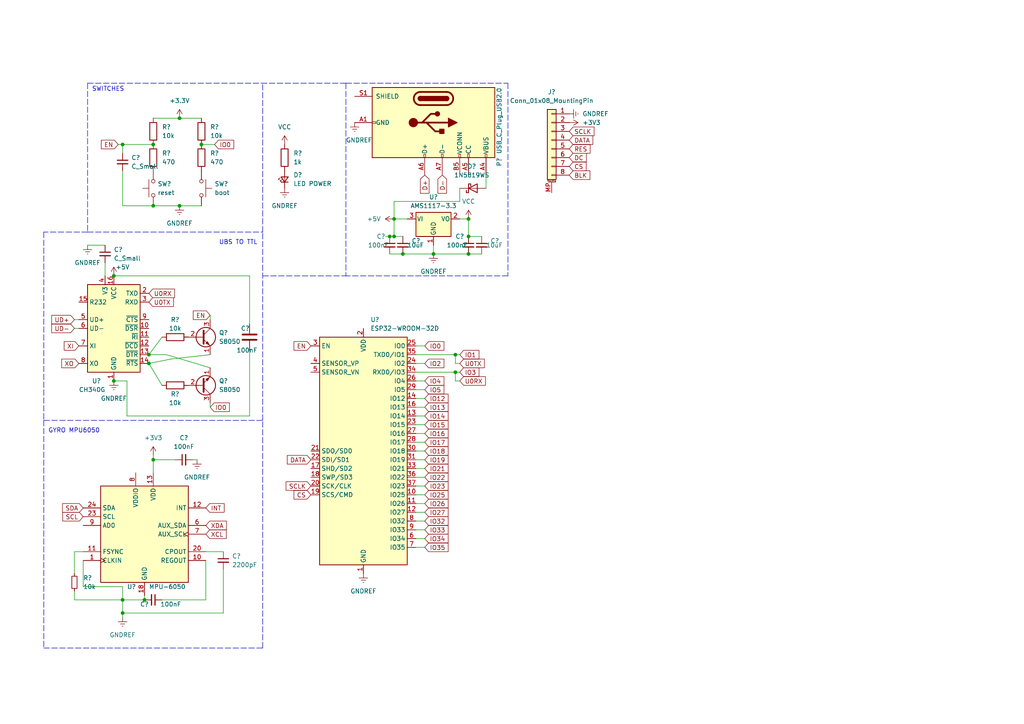
<source format=kicad_sch>
(kicad_sch (version 20211123) (generator eeschema)
  (paper "A4")
  (lib_symbols
    (symbol "Connector:USB_C_Plug_USB2.0" (pin_names (offset 1.016))
      (property "Reference" "P" (at -10.16 19.05 0))
      (property "Value" "USB_C_Plug_USB2.0" (at 12.7 19.05 0))
      (symbol "USB_C_Plug_USB2.0_0_0"
        (rectangle (start -0.254 -17.78) (end 0.254 -16.764))
        (rectangle (start 10.16 -2.286) (end 9.144 -2.794))
        (rectangle (start 10.16 2.794) (end 9.144 2.286))
        (rectangle (start 10.16 7.874) (end 9.144 7.366))
        (rectangle (start 10.16 10.414) (end 9.144 9.906))
        (rectangle (start 10.16 15.494) (end 9.144 14.986))
      )
      (symbol "USB_C_Plug_USB2.0_0_1"
        (rectangle (start -10.16 17.78) (end 10.16 -17.78) (stroke (width 0.254)) (fill (type background)))
        (arc (start -8.89 -3.81) (mid -6.985 -5.715) (end -5.08 -3.81) (stroke (width 0.508)))
        (arc (start -7.62 -3.81) (mid -6.985 -4.445) (end -6.35 -3.81) (stroke (width 0.254)))
        (arc (start -7.62 -3.81) (mid -6.985 -4.445) (end -6.35 -3.81) (stroke (width 0.254)) (fill (type outline)))
        (rectangle (start -7.62 -3.81) (end -6.35 3.81) (stroke (width 0.254)) (fill (type outline)))
        (arc (start -6.35 3.81) (mid -6.985 4.445) (end -7.62 3.81) (stroke (width 0.254)))
        (arc (start -6.35 3.81) (mid -6.985 4.445) (end -7.62 3.81) (stroke (width 0.254)) (fill (type outline)))
        (arc (start -5.08 3.81) (mid -6.985 5.715) (end -8.89 3.81) (stroke (width 0.508)))
        (circle (center -2.54 1.143) (radius 0.635) (stroke (width 0.254)) (fill (type outline)))
        (circle (center 0 -5.842) (radius 1.27) (fill (type outline)))
        (polyline (pts (xy -8.89 -3.81) (xy -8.89 3.81)) (stroke (width 0.508)))
        (polyline (pts (xy -5.08 3.81) (xy -5.08 -3.81)) (stroke (width 0.508)))
        (polyline (pts (xy 0 -5.842) (xy 0 4.318)) (stroke (width 0.508)))
        (polyline (pts (xy 0 -3.302) (xy -2.54 -0.762) (xy -2.54 0.508)) (stroke (width 0.508)))
        (polyline (pts (xy 0 -2.032) (xy 2.54 0.508) (xy 2.54 1.778)) (stroke (width 0.508)))
        (polyline (pts (xy -1.27 4.318) (xy 0 6.858) (xy 1.27 4.318) (xy -1.27 4.318)) (stroke (width 0.254)) (fill (type outline)))
        (rectangle (start 1.905 1.778) (end 3.175 3.048) (stroke (width 0.254)) (fill (type outline)))
      )
      (symbol "USB_C_Plug_USB2.0_1_1"
        (pin passive line (at 0 -22.86 90) (length 5.08) (name "GND") (number "A1"))
        (pin passive line (at 0 -22.86 90) (length 5.08) hide (name "GND") (number "A12"))
        (pin passive line (at 15.24 15.24 180) (length 5.08) (name "VBUS") (number "A4"))
        (pin bidirectional line (at 15.24 10.16 180) (length 5.08) (name "CC") (number "A5"))
        (pin bidirectional line (at 15.24 -2.54 180) (length 5.08) (name "D+") (number "A6"))
        (pin bidirectional line (at 15.24 2.54 180) (length 5.08) (name "D-") (number "A7"))
        (pin passive line (at 15.24 15.24 180) (length 5.08) hide (name "VBUS") (number "A9"))
        (pin passive line (at 0 -22.86 90) (length 5.08) hide (name "GND") (number "B1"))
        (pin passive line (at 0 -22.86 90) (length 5.08) hide (name "GND") (number "B12"))
        (pin passive line (at 15.24 15.24 180) (length 5.08) hide (name "VBUS") (number "B4"))
        (pin bidirectional line (at 15.24 7.62 180) (length 5.08) (name "VCONN") (number "B5"))
        (pin passive line (at 15.24 15.24 180) (length 5.08) hide (name "VBUS") (number "B9"))
        (pin passive line (at -7.62 -22.86 90) (length 5.08) (name "SHIELD") (number "S1"))
      )
    )
    (symbol "Connector_Generic_MountingPin:Conn_01x08_MountingPin" (pin_names (offset 1.016) hide)
      (property "Reference" "J" (at 0 10.16 0))
      (property "Value" "Conn_01x08_MountingPin" (at 1.27 -12.7 0))
      (symbol "Conn_01x08_MountingPin_1_1"
        (rectangle (start -1.27 -10.033) (end 0 -10.287) (stroke (width 0.1524)))
        (rectangle (start -1.27 -7.493) (end 0 -7.747) (stroke (width 0.1524)))
        (rectangle (start -1.27 -4.953) (end 0 -5.207) (stroke (width 0.1524)))
        (rectangle (start -1.27 -2.413) (end 0 -2.667) (stroke (width 0.1524)))
        (rectangle (start -1.27 0.127) (end 0 -0.127) (stroke (width 0.1524)))
        (rectangle (start -1.27 2.667) (end 0 2.413) (stroke (width 0.1524)))
        (rectangle (start -1.27 5.207) (end 0 4.953) (stroke (width 0.1524)))
        (rectangle (start -1.27 7.747) (end 0 7.493) (stroke (width 0.1524)))
        (rectangle (start -1.27 8.89) (end 1.27 -11.43) (stroke (width 0.254)) (fill (type background)))
        (polyline (pts (xy -1.016 -12.192) (xy 1.016 -12.192)) (stroke (width 0.1524)))
        (text "Mounting" (at 0 -11.811 0) (effects (font (size 0.381 0.381))))
        (pin passive line (at -5.08 7.62 0) (length 3.81) (name "Pin_1") (number "1"))
        (pin passive line (at -5.08 5.08 0) (length 3.81) (name "Pin_2") (number "2"))
        (pin passive line (at -5.08 2.54 0) (length 3.81) (name "Pin_3") (number "3"))
        (pin passive line (at -5.08 0 0) (length 3.81) (name "Pin_4") (number "4"))
        (pin passive line (at -5.08 -2.54 0) (length 3.81) (name "Pin_5") (number "5"))
        (pin passive line (at -5.08 -5.08 0) (length 3.81) (name "Pin_6") (number "6"))
        (pin passive line (at -5.08 -7.62 0) (length 3.81) (name "Pin_7") (number "7"))
        (pin passive line (at -5.08 -10.16 0) (length 3.81) (name "Pin_8") (number "8"))
        (pin passive line (at 0 -15.24 90) (length 3.048) (name "MountPin") (number "MP"))
      )
    )
    (symbol "Device:C" (pin_numbers hide) (pin_names (offset 0.254))
      (property "Reference" "C" (at 0.635 2.54 0))
      (property "Value" "C" (at 0.635 -2.54 0))
      (symbol "C_0_1"
        (polyline (pts (xy -2.032 -0.762) (xy 2.032 -0.762)) (stroke (width 0.508)))
        (polyline (pts (xy -2.032 0.762) (xy 2.032 0.762)) (stroke (width 0.508)))
      )
      (symbol "C_1_1"
        (pin passive line (at 0 3.81 270) (length 2.794) (name "~") (number "1"))
        (pin passive line (at 0 -3.81 90) (length 2.794) (name "~") (number "2"))
      )
    )
    (symbol "Device:C_Small" (pin_numbers hide) (pin_names (offset 0.254) hide)
      (property "Reference" "C" (at 0.254 1.778 0))
      (property "Value" "C_Small" (at 0.254 -2.032 0))
      (symbol "C_Small_0_1"
        (polyline (pts (xy -1.524 -0.508) (xy 1.524 -0.508)) (stroke (width 0.3302)))
        (polyline (pts (xy -1.524 0.508) (xy 1.524 0.508)) (stroke (width 0.3048)))
      )
      (symbol "C_Small_1_1"
        (pin passive line (at 0 2.54 270) (length 2.032) (name "~") (number "1"))
        (pin passive line (at 0 -2.54 90) (length 2.032) (name "~") (number "2"))
      )
    )
    (symbol "Device:LED_Small" (pin_numbers hide) (pin_names (offset 0.254) hide)
      (property "Reference" "D" (at -1.27 3.175 0))
      (property "Value" "LED_Small" (at -4.445 -2.54 0))
      (symbol "LED_Small_0_1"
        (polyline (pts (xy -0.762 -1.016) (xy -0.762 1.016)) (stroke (width 0.254)))
        (polyline (pts (xy 1.016 0) (xy -0.762 0)))
        (polyline (pts (xy 0.762 -1.016) (xy -0.762 0) (xy 0.762 1.016) (xy 0.762 -1.016)) (stroke (width 0.254)))
        (polyline (pts (xy 0 0.762) (xy -0.508 1.27) (xy -0.254 1.27) (xy -0.508 1.27) (xy -0.508 1.016)))
        (polyline (pts (xy 0.508 1.27) (xy 0 1.778) (xy 0.254 1.778) (xy 0 1.778) (xy 0 1.524)))
      )
      (symbol "LED_Small_1_1"
        (pin passive line (at -2.54 0 0) (length 1.778) (name "K") (number "1"))
        (pin passive line (at 2.54 0 180) (length 1.778) (name "A") (number "2"))
      )
    )
    (symbol "Device:R" (pin_numbers hide) (pin_names (offset 0))
      (property "Reference" "R" (at 2.032 0 90))
      (property "Value" "R" (at 0 0 90))
      (symbol "R_0_1"
        (rectangle (start -1.016 -2.54) (end 1.016 2.54) (stroke (width 0.254)))
      )
      (symbol "R_1_1"
        (pin passive line (at 0 3.81 270) (length 1.27) (name "~") (number "1"))
        (pin passive line (at 0 -3.81 90) (length 1.27) (name "~") (number "2"))
      )
    )
    (symbol "Device:R_Small" (pin_numbers hide) (pin_names (offset 0.254) hide)
      (property "Reference" "R" (at 0.762 0.508 0))
      (property "Value" "R_Small" (at 0.762 -1.016 0))
      (symbol "R_Small_0_1"
        (rectangle (start -0.762 1.778) (end 0.762 -1.778) (stroke (width 0.2032)))
      )
      (symbol "R_Small_1_1"
        (pin passive line (at 0 2.54 270) (length 0.762) (name "~") (number "1"))
        (pin passive line (at 0 -2.54 90) (length 0.762) (name "~") (number "2"))
      )
    )
    (symbol "Diode:1N5819WS" (pin_numbers hide) (pin_names (offset 1.016) hide)
      (property "Reference" "D" (at 0 2.54 0))
      (property "Value" "1N5819WS" (at 0 -2.54 0))
      (symbol "1N5819WS_0_1"
        (polyline (pts (xy 1.27 0) (xy -1.27 0)))
        (polyline (pts (xy 1.27 1.27) (xy 1.27 -1.27) (xy -1.27 0) (xy 1.27 1.27)) (stroke (width 0.254)))
        (polyline (pts (xy -1.905 0.635) (xy -1.905 1.27) (xy -1.27 1.27) (xy -1.27 -1.27) (xy -0.635 -1.27) (xy -0.635 -0.635)) (stroke (width 0.254)))
      )
      (symbol "1N5819WS_1_1"
        (pin passive line (at -3.81 0 0) (length 2.54) (name "K") (number "1"))
        (pin passive line (at 3.81 0 180) (length 2.54) (name "A") (number "2"))
      )
    )
    (symbol "Interface_USB:CH340G"
      (property "Reference" "U" (at -5.08 13.97 0))
      (property "Value" "CH340G" (at 1.27 13.97 0))
      (symbol "CH340G_0_1"
        (rectangle (start -7.62 12.7) (end 7.62 -12.7) (stroke (width 0.254)) (fill (type background)))
      )
      (symbol "CH340G_1_1"
        (pin power_in line (at 0 -15.24 90) (length 2.54) (name "GND") (number "1"))
        (pin input line (at 10.16 0 180) (length 2.54) (name "~{DSR}") (number "10"))
        (pin input line (at 10.16 -2.54 180) (length 2.54) (name "~{RI}") (number "11"))
        (pin input line (at 10.16 -5.08 180) (length 2.54) (name "~{DCD}") (number "12"))
        (pin output line (at 10.16 -7.62 180) (length 2.54) (name "~{DTR}") (number "13"))
        (pin output line (at 10.16 -10.16 180) (length 2.54) (name "~{RTS}") (number "14"))
        (pin input line (at -10.16 7.62 0) (length 2.54) (name "R232") (number "15"))
        (pin power_in line (at 0 15.24 270) (length 2.54) (name "VCC") (number "16"))
        (pin output line (at 10.16 10.16 180) (length 2.54) (name "TXD") (number "2"))
        (pin input line (at 10.16 7.62 180) (length 2.54) (name "RXD") (number "3"))
        (pin passive line (at -2.54 15.24 270) (length 2.54) (name "V3") (number "4"))
        (pin bidirectional line (at -10.16 2.54 0) (length 2.54) (name "UD+") (number "5"))
        (pin bidirectional line (at -10.16 0 0) (length 2.54) (name "UD-") (number "6"))
        (pin input line (at -10.16 -5.08 0) (length 2.54) (name "XI") (number "7"))
        (pin output line (at -10.16 -10.16 0) (length 2.54) (name "XO") (number "8"))
        (pin input line (at 10.16 2.54 180) (length 2.54) (name "~{CTS}") (number "9"))
      )
    )
    (symbol "RF_Module:ESP32-WROOM-32D"
      (property "Reference" "U" (at -12.7 34.29 0))
      (property "Value" "ESP32-WROOM-32D" (at 1.27 34.29 0))
      (symbol "ESP32-WROOM-32D_0_1"
        (rectangle (start -12.7 33.02) (end 12.7 -33.02) (stroke (width 0.254)) (fill (type background)))
      )
      (symbol "ESP32-WROOM-32D_1_1"
        (pin power_in line (at 0 -35.56 90) (length 2.54) (name "GND") (number "1"))
        (pin bidirectional line (at 15.24 -12.7 180) (length 2.54) (name "IO25") (number "10"))
        (pin bidirectional line (at 15.24 -15.24 180) (length 2.54) (name "IO26") (number "11"))
        (pin bidirectional line (at 15.24 -17.78 180) (length 2.54) (name "IO27") (number "12"))
        (pin bidirectional line (at 15.24 10.16 180) (length 2.54) (name "IO14") (number "13"))
        (pin bidirectional line (at 15.24 15.24 180) (length 2.54) (name "IO12") (number "14"))
        (pin passive line (at 0 -35.56 90) (length 2.54) hide (name "GND") (number "15"))
        (pin bidirectional line (at 15.24 12.7 180) (length 2.54) (name "IO13") (number "16"))
        (pin bidirectional line (at -15.24 -5.08 0) (length 2.54) (name "SHD/SD2") (number "17"))
        (pin bidirectional line (at -15.24 -7.62 0) (length 2.54) (name "SWP/SD3") (number "18"))
        (pin bidirectional line (at -15.24 -12.7 0) (length 2.54) (name "SCS/CMD") (number "19"))
        (pin power_in line (at 0 35.56 270) (length 2.54) (name "VDD") (number "2"))
        (pin bidirectional line (at -15.24 -10.16 0) (length 2.54) (name "SCK/CLK") (number "20"))
        (pin bidirectional line (at -15.24 0 0) (length 2.54) (name "SDO/SD0") (number "21"))
        (pin bidirectional line (at -15.24 -2.54 0) (length 2.54) (name "SDI/SD1") (number "22"))
        (pin bidirectional line (at 15.24 7.62 180) (length 2.54) (name "IO15") (number "23"))
        (pin bidirectional line (at 15.24 25.4 180) (length 2.54) (name "IO2") (number "24"))
        (pin bidirectional line (at 15.24 30.48 180) (length 2.54) (name "IO0") (number "25"))
        (pin bidirectional line (at 15.24 20.32 180) (length 2.54) (name "IO4") (number "26"))
        (pin bidirectional line (at 15.24 5.08 180) (length 2.54) (name "IO16") (number "27"))
        (pin bidirectional line (at 15.24 2.54 180) (length 2.54) (name "IO17") (number "28"))
        (pin bidirectional line (at 15.24 17.78 180) (length 2.54) (name "IO5") (number "29"))
        (pin input line (at -15.24 30.48 0) (length 2.54) (name "EN") (number "3"))
        (pin bidirectional line (at 15.24 0 180) (length 2.54) (name "IO18") (number "30"))
        (pin bidirectional line (at 15.24 -2.54 180) (length 2.54) (name "IO19") (number "31"))
        (pin no_connect line (at -12.7 -27.94 0) (length 2.54) hide (name "NC") (number "32"))
        (pin bidirectional line (at 15.24 -5.08 180) (length 2.54) (name "IO21") (number "33"))
        (pin bidirectional line (at 15.24 22.86 180) (length 2.54) (name "RXD0/IO3") (number "34"))
        (pin bidirectional line (at 15.24 27.94 180) (length 2.54) (name "TXD0/IO1") (number "35"))
        (pin bidirectional line (at 15.24 -7.62 180) (length 2.54) (name "IO22") (number "36"))
        (pin bidirectional line (at 15.24 -10.16 180) (length 2.54) (name "IO23") (number "37"))
        (pin passive line (at 0 -35.56 90) (length 2.54) hide (name "GND") (number "38"))
        (pin passive line (at 0 -35.56 90) (length 2.54) hide (name "GND") (number "39"))
        (pin input line (at -15.24 25.4 0) (length 2.54) (name "SENSOR_VP") (number "4"))
        (pin input line (at -15.24 22.86 0) (length 2.54) (name "SENSOR_VN") (number "5"))
        (pin input line (at 15.24 -25.4 180) (length 2.54) (name "IO34") (number "6"))
        (pin input line (at 15.24 -27.94 180) (length 2.54) (name "IO35") (number "7"))
        (pin bidirectional line (at 15.24 -20.32 180) (length 2.54) (name "IO32") (number "8"))
        (pin bidirectional line (at 15.24 -22.86 180) (length 2.54) (name "IO33") (number "9"))
      )
    )
    (symbol "Regulator_Linear:AMS1117-3.3" (pin_names (offset 0.254))
      (property "Reference" "U" (at -3.81 3.175 0))
      (property "Value" "AMS1117-3.3" (at 0 3.175 0))
      (symbol "AMS1117-3.3_0_1"
        (rectangle (start -5.08 -5.08) (end 5.08 1.905) (stroke (width 0.254)) (fill (type background)))
      )
      (symbol "AMS1117-3.3_1_1"
        (pin power_in line (at 0 -7.62 90) (length 2.54) (name "GND") (number "1"))
        (pin power_out line (at 7.62 0 180) (length 2.54) (name "VO") (number "2"))
        (pin power_in line (at -7.62 0 0) (length 2.54) (name "VI") (number "3"))
      )
    )
    (symbol "Sensor_Motion:MPU-6050"
      (property "Reference" "U" (at -11.43 13.97 0))
      (property "Value" "MPU-6050" (at 7.62 -15.24 0))
      (symbol "MPU-6050_0_0"
        (text "" (at 12.7 -2.54 0) (effects (font (size 1.27 1.27))))
      )
      (symbol "MPU-6050_0_1"
        (rectangle (start -12.7 13.97) (end 12.7 -13.97) (stroke (width 0.254)) (fill (type background)))
      )
      (symbol "MPU-6050_1_1"
        (pin input clock (at -17.78 -7.62 0) (length 5.08) (name "CLKIN") (number "1"))
        (pin passive line (at 17.78 -7.62 180) (length 5.08) (name "REGOUT") (number "10"))
        (pin input line (at -17.78 -5.08 0) (length 5.08) (name "FSYNC") (number "11"))
        (pin output line (at 17.78 7.62 180) (length 5.08) (name "INT") (number "12"))
        (pin power_in line (at 2.54 17.78 270) (length 3.81) (name "VDD") (number "13"))
        (pin no_connect line (at -12.7 -10.16 0) (length 2.54) hide (name "NC") (number "14"))
        (pin no_connect line (at 12.7 12.7 180) (length 2.54) hide (name "NC") (number "15"))
        (pin no_connect line (at 12.7 10.16 180) (length 2.54) hide (name "NC") (number "16"))
        (pin no_connect line (at 12.7 5.08 180) (length 2.54) hide (name "NC") (number "17"))
        (pin power_in line (at 0 -17.78 90) (length 3.81) (name "GND") (number "18"))
        (pin no_connect line (at 12.7 -10.16 180) (length 2.54) hide (name "NC") (number "19"))
        (pin no_connect line (at -12.7 12.7 0) (length 2.54) hide (name "NC") (number "2"))
        (pin passive line (at 17.78 -5.08 180) (length 5.08) (name "CPOUT") (number "20"))
        (pin no_connect line (at 12.7 -2.54 180) (length 2.54) hide (name "NC") (number "21"))
        (pin no_connect line (at 12.7 -12.7 180) (length 2.54) hide (name "NC") (number "22"))
        (pin input line (at -17.78 5.08 0) (length 5.08) (name "SCL") (number "23"))
        (pin bidirectional line (at -17.78 7.62 0) (length 5.08) (name "SDA") (number "24"))
        (pin no_connect line (at -12.7 10.16 0) (length 2.54) hide (name "NC") (number "3"))
        (pin no_connect line (at -12.7 0 0) (length 2.54) hide (name "NC") (number "4"))
        (pin no_connect line (at -12.7 -2.54 0) (length 2.54) hide (name "NC") (number "5"))
        (pin bidirectional line (at 17.78 2.54 180) (length 5.08) (name "AUX_SDA") (number "6"))
        (pin output clock (at 17.78 0 180) (length 5.08) (name "AUX_SCL") (number "7"))
        (pin power_in line (at -2.54 17.78 270) (length 3.81) (name "VDDIO") (number "8"))
        (pin input line (at -17.78 2.54 0) (length 5.08) (name "AD0") (number "9"))
      )
    )
    (symbol "Switch:SW_Push" (pin_numbers hide) (pin_names (offset 1.016) hide)
      (property "Reference" "SW" (at 1.27 2.54 0))
      (property "Value" "SW_Push" (at 0 -1.524 0))
      (symbol "SW_Push_0_1"
        (circle (center -2.032 0) (radius 0.508))
        (polyline (pts (xy 0 1.27) (xy 0 3.048)))
        (polyline (pts (xy 2.54 1.27) (xy -2.54 1.27)))
        (circle (center 2.032 0) (radius 0.508))
        (pin passive line (at -5.08 0 0) (length 2.54) (name "1") (number "1"))
        (pin passive line (at 5.08 0 180) (length 2.54) (name "2") (number "2"))
      )
    )
    (symbol "Transistor_BJT:S8050" (pin_names (offset 0) hide)
      (property "Reference" "Q" (at 5.08 1.905 0))
      (property "Value" "S8050" (at 5.08 0 0))
      (symbol "S8050_0_1"
        (polyline (pts (xy 0 0) (xy 0.635 0)))
        (polyline (pts (xy 0.635 0.635) (xy 2.54 2.54)))
        (polyline (pts (xy 0.635 -0.635) (xy 2.54 -2.54) (xy 2.54 -2.54)))
        (polyline (pts (xy 0.635 1.905) (xy 0.635 -1.905) (xy 0.635 -1.905)) (stroke (width 0.508)))
        (polyline (pts (xy 1.27 -1.778) (xy 1.778 -1.27) (xy 2.286 -2.286) (xy 1.27 -1.778) (xy 1.27 -1.778)) (fill (type outline)))
        (circle (center 1.27 0) (radius 2.8194) (stroke (width 0.254)))
      )
      (symbol "S8050_1_1"
        (pin passive line (at 2.54 -5.08 90) (length 2.54) (name "E") (number "1"))
        (pin input line (at -5.08 0 0) (length 5.08) (name "B") (number "2"))
        (pin passive line (at 2.54 5.08 270) (length 2.54) (name "C") (number "3"))
      )
    )
    (symbol "power:+3.3V" (power) (pin_names (offset 0))
      (property "Value" "+3.3V" (at 0 3.556 0))
      (symbol "+3.3V_0_1"
        (polyline (pts (xy -0.762 1.27) (xy 0 2.54)))
        (polyline (pts (xy 0 0) (xy 0 2.54)))
        (polyline (pts (xy 0 2.54) (xy 0.762 1.27)))
      )
      (symbol "+3.3V_1_1"
        (pin power_in line (at 0 0 90) (length 0) hide (name "+3.3V") (number "1"))
      )
    )
    (symbol "power:+3V3" (power) (pin_names (offset 0))
      (property "Value" "+3V3" (at 0 3.556 0))
      (symbol "+3V3_0_1"
        (polyline (pts (xy -0.762 1.27) (xy 0 2.54)))
        (polyline (pts (xy 0 0) (xy 0 2.54)))
        (polyline (pts (xy 0 2.54) (xy 0.762 1.27)))
      )
      (symbol "+3V3_1_1"
        (pin power_in line (at 0 0 90) (length 0) hide (name "+3V3") (number "1"))
      )
    )
    (symbol "power:+5V" (power) (pin_names (offset 0))
      (property "Value" "+5V" (at 0 3.556 0))
      (symbol "+5V_0_1"
        (polyline (pts (xy -0.762 1.27) (xy 0 2.54)))
        (polyline (pts (xy 0 0) (xy 0 2.54)))
        (polyline (pts (xy 0 2.54) (xy 0.762 1.27)))
      )
      (symbol "+5V_1_1"
        (pin power_in line (at 0 0 90) (length 0) hide (name "+5V") (number "1"))
      )
    )
    (symbol "power:GNDREF" (power) (pin_names (offset 0))
      (property "Value" "GNDREF" (at 0 -3.81 0))
      (symbol "GNDREF_0_1"
        (polyline (pts (xy -0.635 -1.905) (xy 0.635 -1.905)))
        (polyline (pts (xy -0.127 -2.54) (xy 0.127 -2.54)))
        (polyline (pts (xy 0 -1.27) (xy 0 0)))
        (polyline (pts (xy 1.27 -1.27) (xy -1.27 -1.27)))
      )
      (symbol "GNDREF_1_1"
        (pin power_in line (at 0 0 270) (length 0) hide (name "GNDREF") (number "1"))
      )
    )
    (symbol "power:VCC" (power) (pin_names (offset 0))
      (property "Value" "VCC" (at 0 3.81 0))
      (symbol "VCC_0_1"
        (polyline (pts (xy -0.762 1.27) (xy 0 2.54)))
        (polyline (pts (xy 0 0) (xy 0 2.54)))
        (polyline (pts (xy 0 2.54) (xy 0.762 1.27)))
      )
      (symbol "VCC_1_1"
        (pin power_in line (at 0 0 90) (length 0) hide (name "VCC") (number "1"))
      )
    )
  )
  (junction (at 135.89 63.5))
  (junction (at 35.56 177.8))
  (junction (at 33.02 80.01))
  (junction (at 52.07 34.29))
  (junction (at 33.02 110.49))
  (junction (at 114.3 68.58))
  (junction (at 114.3 63.5))
  (junction (at 44.45 133.35))
  (junction (at 132.08 102.87))
  (junction (at 43.18 105.41))
  (junction (at 43.18 102.87))
  (junction (at 135.89 73.66))
  (junction (at 35.56 173.99))
  (junction (at 44.45 41.91))
  (junction (at 41.91 173.99))
  (junction (at 135.89 68.58))
  (junction (at 52.07 59.69))
  (junction (at 35.56 41.91))
  (junction (at 132.08 107.95))
  (junction (at 58.42 41.91))
  (junction (at 116.84 73.66))
  (junction (at 113.03 68.58))
  (junction (at 44.45 59.69))
  (junction (at 125.73 73.66))
  (wire (pts (xy 114.3 58.42) (xy 114.3 63.5)))
  (wire (pts (xy 24.13 162.56) (xy 24.13 170.18)))
  (wire (pts (xy 48.26 102.87) (xy 60.96 106.68)))
  (wire (pts (xy 34.29 41.91) (xy 35.56 41.91)))
  (wire (pts (xy 111.76 68.58) (xy 113.03 68.58)))
  (wire (pts (xy 44.45 133.35) (xy 50.8 133.35)))
  (wire (pts (xy 49.53 104.14) (xy 60.96 102.87)))
  (polyline (pts (xy 12.7 67.31) (xy 12.7 121.92)))
  (wire (pts (xy 25.4 71.12) (xy 30.48 71.12)))
  (wire (pts (xy 132.08 107.95) (xy 133.35 107.95)))
  (wire (pts (xy 120.65 135.89) (xy 123.19 135.89)))
  (wire (pts (xy 46.99 173.99) (xy 59.69 173.99)))
  (wire (pts (xy 120.65 130.81) (xy 123.19 130.81)))
  (wire (pts (xy 41.91 173.99) (xy 41.91 172.72)))
  (wire (pts (xy 133.35 58.42) (xy 114.3 58.42)))
  (wire (pts (xy 140.97 54.61) (xy 140.97 50.8)))
  (wire (pts (xy 36.83 110.49) (xy 33.02 110.49)))
  (wire (pts (xy 60.96 91.44) (xy 60.96 92.71)))
  (wire (pts (xy 35.56 49.53) (xy 35.56 59.69)))
  (polyline (pts (xy 100.33 24.13) (xy 76.2 24.13)))
  (wire (pts (xy 120.65 123.19) (xy 123.19 123.19)))
  (polyline (pts (xy 76.2 80.01) (xy 100.33 80.01)))
  (wire (pts (xy 120.65 120.65) (xy 123.19 120.65)))
  (wire (pts (xy 120.65 107.95) (xy 132.08 107.95)))
  (wire (pts (xy 72.39 80.01) (xy 72.39 93.98)))
  (wire (pts (xy 120.65 148.59) (xy 123.19 148.59)))
  (polyline (pts (xy 100.33 24.13) (xy 147.32 24.13)))
  (wire (pts (xy 120.65 151.13) (xy 123.19 151.13)))
  (wire (pts (xy 44.45 34.29) (xy 52.07 34.29)))
  (wire (pts (xy 60.96 118.11) (xy 60.96 116.84)))
  (wire (pts (xy 133.35 63.5) (xy 135.89 63.5)))
  (wire (pts (xy 120.65 158.75) (xy 123.19 158.75)))
  (wire (pts (xy 125.73 71.12) (xy 125.73 73.66)))
  (wire (pts (xy 22.86 92.71) (xy 21.59 92.71)))
  (wire (pts (xy 132.08 102.87) (xy 133.35 102.87)))
  (wire (pts (xy 44.45 59.69) (xy 52.07 59.69)))
  (wire (pts (xy 133.35 54.61) (xy 133.35 58.42)))
  (wire (pts (xy 52.07 59.69) (xy 58.42 59.69)))
  (wire (pts (xy 64.77 165.1) (xy 64.77 177.8)))
  (polyline (pts (xy 147.32 24.13) (xy 147.32 80.01)))
  (wire (pts (xy 21.59 173.99) (xy 35.56 173.99)))
  (wire (pts (xy 120.65 138.43) (xy 123.19 138.43)))
  (wire (pts (xy 120.65 100.33) (xy 123.19 100.33)))
  (polyline (pts (xy 76.2 67.31) (xy 76.2 67.31)))
  (polyline (pts (xy 76.2 121.92) (xy 76.2 67.31)))
  (polyline (pts (xy 25.4 24.13) (xy 25.4 67.31)))
  (wire (pts (xy 120.65 143.51) (xy 123.19 143.51)))
  (wire (pts (xy 36.83 120.65) (xy 36.83 110.49)))
  (wire (pts (xy 44.45 133.35) (xy 44.45 137.16)))
  (wire (pts (xy 30.48 76.2) (xy 30.48 80.01)))
  (wire (pts (xy 22.86 95.25) (xy 21.59 95.25)))
  (wire (pts (xy 133.35 110.49) (xy 132.08 110.49)))
  (wire (pts (xy 21.59 171.45) (xy 21.59 173.99)))
  (wire (pts (xy 114.3 68.58) (xy 116.84 68.58)))
  (polyline (pts (xy 25.4 67.31) (xy 12.7 67.31)))
  (wire (pts (xy 135.89 68.58) (xy 139.7 68.58)))
  (wire (pts (xy 135.89 73.66) (xy 125.73 73.66)))
  (wire (pts (xy 35.56 41.91) (xy 44.45 41.91)))
  (wire (pts (xy 113.03 68.58) (xy 114.3 68.58)))
  (wire (pts (xy 21.59 166.37) (xy 21.59 160.02)))
  (wire (pts (xy 120.65 105.41) (xy 123.19 105.41)))
  (wire (pts (xy 35.56 41.91) (xy 35.56 44.45)))
  (polyline (pts (xy 12.7 121.92) (xy 76.2 121.92)))
  (wire (pts (xy 120.65 125.73) (xy 123.19 125.73)))
  (wire (pts (xy 54.61 97.79) (xy 53.34 97.79)))
  (wire (pts (xy 120.65 115.57) (xy 123.19 115.57)))
  (wire (pts (xy 33.02 80.01) (xy 72.39 80.01)))
  (wire (pts (xy 120.65 146.05) (xy 123.19 146.05)))
  (wire (pts (xy 46.99 111.76) (xy 43.18 105.41)))
  (wire (pts (xy 46.99 97.79) (xy 43.18 102.87)))
  (wire (pts (xy 52.07 34.29) (xy 58.42 34.29)))
  (wire (pts (xy 114.3 63.5) (xy 114.3 68.58)))
  (polyline (pts (xy 12.7 121.92) (xy 12.7 187.96)))
  (wire (pts (xy 21.59 160.02) (xy 24.13 160.02)))
  (wire (pts (xy 59.69 173.99) (xy 59.69 162.56)))
  (wire (pts (xy 64.77 177.8) (xy 35.56 177.8)))
  (wire (pts (xy 135.89 73.66) (xy 139.7 73.66)))
  (wire (pts (xy 72.39 101.6) (xy 72.39 120.65)))
  (wire (pts (xy 43.18 102.87) (xy 48.26 102.87)))
  (wire (pts (xy 135.89 63.5) (xy 135.89 68.58)))
  (wire (pts (xy 120.65 110.49) (xy 123.19 110.49)))
  (wire (pts (xy 120.65 133.35) (xy 123.19 133.35)))
  (wire (pts (xy 133.35 105.41) (xy 132.08 105.41)))
  (wire (pts (xy 35.56 173.99) (xy 35.56 177.8)))
  (wire (pts (xy 35.56 177.8) (xy 35.56 179.07)))
  (polyline (pts (xy 100.33 24.13) (xy 100.33 80.01)))
  (wire (pts (xy 57.15 133.35) (xy 55.88 133.35)))
  (wire (pts (xy 35.56 59.69) (xy 44.45 59.69)))
  (wire (pts (xy 120.65 113.03) (xy 123.19 113.03)))
  (polyline (pts (xy 147.32 80.01) (xy 100.33 80.01)))
  (wire (pts (xy 44.45 132.08) (xy 44.45 133.35)))
  (wire (pts (xy 58.42 41.91) (xy 62.23 41.91)))
  (wire (pts (xy 59.69 160.02) (xy 64.77 160.02)))
  (wire (pts (xy 120.65 102.87) (xy 132.08 102.87)))
  (wire (pts (xy 120.65 153.67) (xy 123.19 153.67)))
  (wire (pts (xy 120.65 156.21) (xy 123.19 156.21)))
  (wire (pts (xy 35.56 170.18) (xy 35.56 173.99)))
  (wire (pts (xy 120.65 118.11) (xy 123.19 118.11)))
  (wire (pts (xy 113.03 73.66) (xy 116.84 73.66)))
  (wire (pts (xy 120.65 140.97) (xy 123.19 140.97)))
  (wire (pts (xy 35.56 173.99) (xy 41.91 173.99)))
  (wire (pts (xy 120.65 128.27) (xy 123.19 128.27)))
  (polyline (pts (xy 25.4 67.31) (xy 76.2 67.31)))
  (polyline (pts (xy 25.4 24.13) (xy 76.2 24.13)))
  (wire (pts (xy 24.13 170.18) (xy 35.56 170.18)))
  (wire (pts (xy 116.84 73.66) (xy 125.73 73.66)))
  (polyline (pts (xy 76.2 187.96) (xy 76.2 121.92)))
  (polyline (pts (xy 12.7 187.96) (xy 76.2 187.96)))
  (wire (pts (xy 114.3 63.5) (xy 118.11 63.5)))
  (wire (pts (xy 72.39 120.65) (xy 36.83 120.65)))
  (wire (pts (xy 49.53 104.14) (xy 43.18 105.41)))
  (polyline (pts (xy 76.2 67.31) (xy 76.2 24.13)))
  (wire (pts (xy 132.08 107.95) (xy 132.08 110.49)))
  (wire (pts (xy 132.08 105.41) (xy 132.08 102.87)))
  (wire (pts (xy 54.61 111.76) (xy 53.34 111.76)))
  (text "GYRO MPU6050\n" (at 13.97 125.73 0) (effects (font (size 1.27 1.27)) (justify left bottom)))
  (text "UBS TO TTL" (at 63.5 71.12 0) (effects (font (size 1.27 1.27)) (justify left bottom)))
  (text "SWITCHES" (at 26.67 26.67 0) (effects (font (size 1.27 1.27)) (justify left bottom)))
  (global_label "IO15" (shape input) (at 123.19 123.19 0) (property "Intersheet References" "${INTERSHEET_REFS}" (effects hide)))
  (global_label "DC" (shape input) (at 165.1 45.72 0) (property "Intersheet References" "${INTERSHEET_REFS}" (effects hide)))
  (global_label "RES" (shape input) (at 165.1 43.18 0) (property "Intersheet References" "${INTERSHEET_REFS}" (effects hide)))
  (global_label "IO26" (shape input) (at 123.19 146.05 0) (property "Intersheet References" "${INTERSHEET_REFS}" (effects hide)))
  (global_label "U0TX" (shape input) (at 133.35 105.41 0) (property "Intersheet References" "${INTERSHEET_REFS}" (effects hide)))
  (global_label "IO25" (shape input) (at 123.19 143.51 0) (property "Intersheet References" "${INTERSHEET_REFS}" (effects hide)))
  (global_label "IO1" (shape input) (at 133.35 102.87 0) (property "Intersheet References" "${INTERSHEET_REFS}" (effects hide)))
  (global_label "IO19" (shape input) (at 123.19 133.35 0) (property "Intersheet References" "${INTERSHEET_REFS}" (effects hide)))
  (global_label "IO27" (shape input) (at 123.19 148.59 0) (property "Intersheet References" "${INTERSHEET_REFS}" (effects hide)))
  (global_label "D-" (shape input) (at 128.27 50.8 270) (property "Intersheet References" "${INTERSHEET_REFS}" (effects hide)))
  (global_label "U0RX" (shape input) (at 133.35 110.49 0) (property "Intersheet References" "${INTERSHEET_REFS}" (effects hide)))
  (global_label "IO0" (shape input) (at 123.19 100.33 0) (property "Intersheet References" "${INTERSHEET_REFS}" (effects hide)))
  (global_label "BLK" (shape input) (at 165.1 50.8 0) (property "Intersheet References" "${INTERSHEET_REFS}" (effects hide)))
  (global_label "IO17" (shape input) (at 123.19 128.27 0) (property "Intersheet References" "${INTERSHEET_REFS}" (effects hide)))
  (global_label "UD+" (shape input) (at 21.59 92.71 180) (property "Intersheet References" "${INTERSHEET_REFS}" (effects hide)))
  (global_label "U0RX" (shape input) (at 43.18 85.09 0) (property "Intersheet References" "${INTERSHEET_REFS}" (effects hide)))
  (global_label "IO21" (shape input) (at 123.19 135.89 0) (property "Intersheet References" "${INTERSHEET_REFS}" (effects hide)))
  (global_label "IO35" (shape input) (at 123.19 158.75 0) (property "Intersheet References" "${INTERSHEET_REFS}" (effects hide)))
  (global_label "IO3" (shape input) (at 133.35 107.95 0) (property "Intersheet References" "${INTERSHEET_REFS}" (effects hide)))
  (global_label "SCLK" (shape input) (at 90.17 140.97 180) (property "Intersheet References" "${INTERSHEET_REFS}" (effects hide)))
  (global_label "EN" (shape input) (at 60.96 91.44 180) (property "Intersheet References" "${INTERSHEET_REFS}" (effects hide)))
  (global_label "DATA" (shape input) (at 165.1 40.64 0) (property "Intersheet References" "${INTERSHEET_REFS}" (effects hide)))
  (global_label "IO22" (shape input) (at 123.19 138.43 0) (property "Intersheet References" "${INTERSHEET_REFS}" (effects hide)))
  (global_label "IO33" (shape input) (at 123.19 153.67 0) (property "Intersheet References" "${INTERSHEET_REFS}" (effects hide)))
  (global_label "IO0" (shape input) (at 62.23 41.91 0) (property "Intersheet References" "${INTERSHEET_REFS}" (effects hide)))
  (global_label "D+" (shape input) (at 123.19 50.8 270) (property "Intersheet References" "${INTERSHEET_REFS}" (effects hide)))
  (global_label "SCLK" (shape input) (at 165.1 38.1 0) (property "Intersheet References" "${INTERSHEET_REFS}" (effects hide)))
  (global_label "IO32" (shape input) (at 123.19 151.13 0) (property "Intersheet References" "${INTERSHEET_REFS}" (effects hide)))
  (global_label "XCL" (shape input) (at 59.69 154.94 0) (property "Intersheet References" "${INTERSHEET_REFS}" (effects hide)))
  (global_label "UD-" (shape input) (at 21.59 95.25 180) (property "Intersheet References" "${INTERSHEET_REFS}" (effects hide)))
  (global_label "XDA" (shape input) (at 59.69 152.4 0) (property "Intersheet References" "${INTERSHEET_REFS}" (effects hide)))
  (global_label "CS" (shape input) (at 165.1 48.26 0) (property "Intersheet References" "${INTERSHEET_REFS}" (effects hide)))
  (global_label "SDA" (shape input) (at 24.13 147.32 180) (property "Intersheet References" "${INTERSHEET_REFS}" (effects hide)))
  (global_label "U0TX" (shape input) (at 43.18 87.63 0) (property "Intersheet References" "${INTERSHEET_REFS}" (effects hide)))
  (global_label "XO" (shape input) (at 22.86 105.41 180) (property "Intersheet References" "${INTERSHEET_REFS}" (effects hide)))
  (global_label "IO23" (shape input) (at 123.19 140.97 0) (property "Intersheet References" "${INTERSHEET_REFS}" (effects hide)))
  (global_label "CS" (shape input) (at 90.17 143.51 180) (property "Intersheet References" "${INTERSHEET_REFS}" (effects hide)))
  (global_label "IO13" (shape input) (at 123.19 118.11 0) (property "Intersheet References" "${INTERSHEET_REFS}" (effects hide)))
  (global_label "IO16" (shape input) (at 123.19 125.73 0) (property "Intersheet References" "${INTERSHEET_REFS}" (effects hide)))
  (global_label "IO5" (shape input) (at 123.19 113.03 0) (property "Intersheet References" "${INTERSHEET_REFS}" (effects hide)))
  (global_label "IO14" (shape input) (at 123.19 120.65 0) (property "Intersheet References" "${INTERSHEET_REFS}" (effects hide)))
  (global_label "SCL" (shape input) (at 24.13 149.86 180) (property "Intersheet References" "${INTERSHEET_REFS}" (effects hide)))
  (global_label "XI" (shape input) (at 22.86 100.33 180) (property "Intersheet References" "${INTERSHEET_REFS}" (effects hide)))
  (global_label "IO18" (shape input) (at 123.19 130.81 0) (property "Intersheet References" "${INTERSHEET_REFS}" (effects hide)))
  (global_label "INT" (shape input) (at 59.69 147.32 0) (property "Intersheet References" "${INTERSHEET_REFS}" (effects hide)))
  (global_label "IO12" (shape input) (at 123.19 115.57 0) (property "Intersheet References" "${INTERSHEET_REFS}" (effects hide)))
  (global_label "IO0" (shape input) (at 60.96 118.11 0) (property "Intersheet References" "${INTERSHEET_REFS}" (effects hide)))
  (global_label "DATA" (shape input) (at 90.17 133.35 180) (property "Intersheet References" "${INTERSHEET_REFS}" (effects hide)))
  (global_label "EN" (shape input) (at 90.17 100.33 180) (property "Intersheet References" "${INTERSHEET_REFS}" (effects hide)))
  (global_label "EN" (shape input) (at 34.29 41.91 180) (property "Intersheet References" "${INTERSHEET_REFS}" (effects hide)))
  (global_label "IO34" (shape input) (at 123.19 156.21 0) (property "Intersheet References" "${INTERSHEET_REFS}" (effects hide)))
  (global_label "IO2" (shape input) (at 123.19 105.41 0) (property "Intersheet References" "${INTERSHEET_REFS}" (effects hide)))
  (global_label "IO4" (shape input) (at 123.19 110.49 0) (property "Intersheet References" "${INTERSHEET_REFS}" (effects hide)))
  (symbol (lib_id "Device:R") (at 58.42 45.72 0) (unit 1)
    (property "Reference" "R?" (at 60.96 44.4499 0) (effects (justify left)))
    (property "Value" "470" (at 60.96 46.9899 0) (effects (justify left)))
  )
  (symbol (lib_id "Device:R") (at 50.8 111.76 90) (unit 1)
    (property "Reference" "R?" (at 50.8 114.3 90))
    (property "Value" "10k" (at 50.8 116.84 90))
  )
  (symbol (lib_id "power:+3.3V") (at 52.07 34.29 0) (unit 1)
    (property "Reference" "#PWR0101" (effects hide))
    (property "Value" "+3.3V" (at 52.07 29.21 0))
  )
  (symbol (lib_id "Device:C_Small") (at 44.45 173.99 270) (unit 1)
    (property "Reference" "C?" (at 41.91 175.26 90))
    (property "Value" "100nF" (at 49.53 175.26 90))
  )
  (symbol (lib_id "power:+5V") (at 33.02 80.01 0) (unit 1)
    (property "Reference" "#PWR0107" (effects hide))
    (property "Value" "+5V" (at 35.56 77.47 0))
  )
  (symbol (lib_id "Connector_Generic_MountingPin:Conn_01x08_MountingPin") (at 160.02 40.64 0) (mirror y) (unit 1)
    (property "Reference" "J?" (at 160.02 26.67 0))
    (property "Value" "Conn_01x08_MountingPin" (at 160.02 29.21 0))
  )
  (symbol (lib_id "power:GNDREF") (at 57.15 133.35 0) (unit 1)
    (property "Reference" "#PWR0103" (effects hide))
    (property "Value" "GNDREF" (at 57.15 138.43 0))
  )
  (symbol (lib_id "power:VCC") (at 135.89 63.5 0) (unit 1)
    (property "Reference" "#PWR0115" (effects hide))
    (property "Value" "VCC" (at 135.89 58.42 0))
  )
  (symbol (lib_id "power:+5V") (at 114.3 63.5 90) (unit 1)
    (property "Reference" "#PWR0109" (effects hide))
    (property "Value" "+5V" (at 110.49 63.4999 90) (effects (justify left)))
  )
  (symbol (lib_id "Transistor_BJT:S8050") (at 58.42 97.79 0) (unit 1)
    (property "Reference" "Q?" (at 63.5 96.5199 0) (effects (justify left)))
    (property "Value" "S8050" (at 63.5 99.0599 0) (effects (justify left)))
    (property "Footprint" "Package_TO_SOT_THT:TO-92_Inline" (effects hide))
    (property "Datasheet" "http://www.unisonic.com.tw/datasheet/S8050.pdf" (effects hide))
  )
  (symbol (lib_id "power:GNDREF") (at 102.87 35.56 0) (unit 1)
    (property "Reference" "#PWR0111" (effects hide))
    (property "Value" "GNDREF" (at 104.14 40.64 0))
  )
  (symbol (lib_id "Switch:SW_Push") (at 44.45 54.61 90) (unit 1)
    (property "Reference" "SW?" (at 45.72 53.3399 90) (effects (justify right)))
    (property "Value" "reset" (at 45.72 55.8799 90) (effects (justify right)))
  )
  (symbol (lib_id "Device:R") (at 50.8 97.79 90) (unit 1)
    (property "Reference" "R?" (at 50.8 92.71 90))
    (property "Value" "10k" (at 50.8 95.25 90))
  )
  (symbol (lib_id "Device:R") (at 44.45 38.1 0) (unit 1)
    (property "Reference" "R?" (at 46.99 36.8299 0) (effects (justify left)))
    (property "Value" "10k" (at 46.99 39.3699 0) (effects (justify left)))
  )
  (symbol (lib_id "power:GNDREF") (at 105.41 166.37 0) (unit 1)
    (property "Reference" "#PWR0114" (effects hide))
    (property "Value" "GNDREF" (at 105.41 171.45 0))
  )
  (symbol (lib_id "power:+3V3") (at 44.45 132.08 0) (unit 1)
    (property "Reference" "#PWR0104" (effects hide))
    (property "Value" "+3V3" (at 44.45 127 0))
  )
  (symbol (lib_id "Device:R") (at 82.55 45.72 0) (unit 1)
    (property "Reference" "R?" (at 85.09 44.4499 0) (effects (justify left)))
    (property "Value" "1k" (at 85.09 46.9899 0) (effects (justify left)))
  )
  (symbol (lib_id "Device:C_Small") (at 135.89 71.12 0) (unit 1)
    (property "Reference" "C?" (at 132.08 68.58 0) (effects (justify left)))
    (property "Value" "100nF" (at 129.54 71.12 0) (effects (justify left)))
  )
  (symbol (lib_id "Device:C_Small") (at 64.77 162.56 0) (unit 1)
    (property "Reference" "C?" (at 67.31 161.2962 0) (effects (justify left)))
    (property "Value" "2200pF" (at 67.31 163.8362 0) (effects (justify left)))
  )
  (symbol (lib_id "Device:C_Small") (at 139.7 71.12 0) (unit 1)
    (property "Reference" "C?" (at 142.24 69.8562 0) (effects (justify left)))
    (property "Value" "10uF" (at 140.97 71.12 0) (effects (justify left)))
  )
  (symbol (lib_id "Sensor_Motion:MPU-6050") (at 41.91 154.94 0) (unit 1)
    (property "Reference" "U?" (at 36.83 170.18 0) (effects (justify left)))
    (property "Value" "MPU-6050" (at 43.18 170.18 0) (effects (justify left)))
    (property "Footprint" "Sensor_Motion:InvenSense_QFN-24_4x4mm_P0.5mm" (effects hide))
    (property "Datasheet" "https://store.invensense.com/datasheets/invensense/MPU-6050_DataSheet_V3%204.pdf" (effects hide))
  )
  (symbol (lib_id "power:GNDREF") (at 52.07 59.69 0) (unit 1)
    (property "Reference" "#PWR0102" (effects hide))
    (property "Value" "GNDREF" (at 52.07 64.77 0))
  )
  (symbol (lib_id "Device:C_Small") (at 53.34 133.35 90) (unit 1)
    (property "Reference" "C?" (at 53.3463 127 90))
    (property "Value" "100nF" (at 53.3463 129.54 90))
  )
  (symbol (lib_id "power:GNDREF") (at 35.56 179.07 0) (unit 1)
    (property "Reference" "#PWR0105" (effects hide))
    (property "Value" "GNDREF" (at 35.56 184.15 0))
  )
  (symbol (lib_id "power:GNDREF") (at 125.73 73.66 0) (unit 1)
    (property "Reference" "#PWR0110" (effects hide))
    (property "Value" "GNDREF" (at 125.73 78.74 0))
  )
  (symbol (lib_id "Transistor_BJT:S8050") (at 58.42 111.76 0) (mirror x) (unit 1)
    (property "Reference" "Q?" (at 63.5 110.4899 0) (effects (justify left)))
    (property "Value" "S8050" (at 63.5 113.0299 0) (effects (justify left)))
    (property "Footprint" "Package_TO_SOT_THT:TO-92_Inline" (effects hide))
    (property "Datasheet" "http://www.unisonic.com.tw/datasheet/S8050.pdf" (effects hide))
  )
  (symbol (lib_id "Device:R_Small") (at 21.59 168.91 0) (unit 1)
    (property "Reference" "R?" (at 24.13 167.6399 0) (effects (justify left)))
    (property "Value" "10k" (at 24.13 170.1799 0) (effects (justify left)))
  )
  (symbol (lib_id "Device:C_Small") (at 35.56 46.99 0) (unit 1)
    (property "Reference" "C?" (at 38.1 45.7262 0) (effects (justify left)))
    (property "Value" "C_Small" (at 38.1 48.2662 0) (effects (justify left)))
  )
  (symbol (lib_id "power:VCC") (at 82.55 41.91 0) (unit 1)
    (property "Reference" "#PWR0113" (effects hide))
    (property "Value" "VCC" (at 82.55 36.83 0))
  )
  (symbol (lib_id "Device:C_Small") (at 116.84 71.12 0) (unit 1)
    (property "Reference" "C?" (at 119.38 69.8562 0) (effects (justify left)))
    (property "Value" "10uF" (at 118.11 71.12 0) (effects (justify left)))
  )
  (symbol (lib_id "Regulator_Linear:AMS1117-3.3") (at 125.73 63.5 0) (unit 1)
    (property "Reference" "U?" (at 125.73 57.15 0))
    (property "Value" "AMS1117-3.3" (at 125.73 59.69 0))
    (property "Footprint" "Package_TO_SOT_SMD:SOT-223-3_TabPin2" (effects hide))
    (property "Datasheet" "http://www.advanced-monolithic.com/pdf/ds1117.pdf" (effects hide))
  )
  (symbol (lib_id "Connector:USB_C_Plug_USB2.0") (at 125.73 35.56 270) (unit 1)
    (property "Reference" "P?" (at 144.78 45.72 0) (effects (justify left)))
    (property "Value" "USB_C_Plug_USB2.0" (at 144.78 25.4 0) (effects (justify left)))
    (property "Datasheet" "https://www.usb.org/sites/default/files/documents/usb_type-c.zip" (effects hide))
  )
  (symbol (lib_id "power:GNDREF") (at 25.4 71.12 0) (unit 1)
    (property "Reference" "#PWR0106" (effects hide))
    (property "Value" "GNDREF" (at 25.4 76.2 0))
  )
  (symbol (lib_id "Device:R") (at 58.42 38.1 0) (unit 1)
    (property "Reference" "R?" (at 60.96 36.8299 0) (effects (justify left)))
    (property "Value" "10k" (at 60.96 39.3699 0) (effects (justify left)))
  )
  (symbol (lib_id "power:+3V3") (at 165.1 35.56 270) (unit 1)
    (property "Reference" "#PWR0117" (effects hide))
    (property "Value" "+3V3" (at 168.91 35.5599 90) (effects (justify left)))
  )
  (symbol (lib_id "power:GNDREF") (at 165.1 33.02 90) (unit 1)
    (property "Reference" "#PWR0116" (effects hide))
    (property "Value" "GNDREF" (at 168.91 33.0199 90) (effects (justify right)))
  )
  (symbol (lib_id "Device:C_Small") (at 30.48 73.66 0) (unit 1)
    (property "Reference" "C?" (at 33.02 72.3962 0) (effects (justify left)))
    (property "Value" "C_Small" (at 33.02 74.9362 0) (effects (justify left)))
  )
  (symbol (lib_id "Device:LED_Small") (at 82.55 52.07 90) (unit 1)
    (property "Reference" "D?" (at 85.09 50.7364 90) (effects (justify right)))
    (property "Value" "LED POWER" (at 85.09 53.2764 90) (effects (justify right)))
  )
  (symbol (lib_id "power:GNDREF") (at 82.55 54.61 0) (unit 1)
    (property "Reference" "#PWR0112" (effects hide))
    (property "Value" "GNDREF" (at 82.55 59.69 0))
  )
  (symbol (lib_id "power:GNDREF") (at 33.02 110.49 0) (unit 1)
    (property "Reference" "#PWR0108" (effects hide))
    (property "Value" "GNDREF" (at 33.02 115.57 0))
  )
  (symbol (lib_id "RF_Module:ESP32-WROOM-32D") (at 105.41 130.81 0) (unit 1)
    (property "Reference" "U?" (at 107.4294 92.71 0) (effects (justify left)))
    (property "Value" "ESP32-WROOM-32D" (at 107.4294 95.25 0) (effects (justify left)))
    (property "Footprint" "RF_Module:ESP32-WROOM-32" (effects hide))
    (property "Datasheet" "https://www.espressif.com/sites/default/files/documentation/esp32-wroom-32d_esp32-wroom-32u_datasheet_en.pdf" (effects hide))
  )
  (symbol (lib_id "Device:C_Small") (at 113.03 71.12 0) (unit 1)
    (property "Reference" "C?" (at 109.22 68.58 0) (effects (justify left)))
    (property "Value" "100nF" (at 106.68 71.12 0) (effects (justify left)))
  )
  (symbol (lib_id "Device:R") (at 44.45 45.72 0) (unit 1)
    (property "Reference" "R?" (at 46.99 44.4499 0) (effects (justify left)))
    (property "Value" "470" (at 46.99 46.9899 0) (effects (justify left)))
  )
  (symbol (lib_id "Device:C") (at 72.39 97.79 0) (unit 1)
    (property "Reference" "C?" (at 69.85 95.25 0) (effects (justify left)))
    (property "Value" "100nF" (at 68.58 101.6 0) (effects (justify left)))
  )
  (symbol (lib_id "Diode:1N5819WS") (at 137.16 54.61 0) (mirror x) (unit 1)
    (property "Reference" "D?" (at 136.8425 48.26 0))
    (property "Value" "1N5819WS" (at 136.8425 50.8 0))
    (property "Footprint" "Diode_SMD:D_SOD-323" (effects hide))
    (property "Datasheet" "https://datasheet.lcsc.com/lcsc/2204281430_Guangdong-Hottech-1N5819WS_C191023.pdf" (effects hide))
  )
  (symbol (lib_id "Switch:SW_Push") (at 58.42 54.61 270) (unit 1)
    (property "Reference" "SW?" (at 62.23 53.3399 90) (effects (justify left)))
    (property "Value" "boot" (at 62.23 55.8799 90) (effects (justify left)))
  )
  (symbol (lib_id "Interface_USB:CH340G") (at 33.02 95.25 0) (unit 1)
    (property "Reference" "U?" (at 26.67 110.49 0) (effects (justify left)))
    (property "Value" "CH340G" (at 22.86 113.03 0) (effects (justify left)))
    (property "Footprint" "Package_SO:SOIC-16_3.9x9.9mm_P1.27mm" (effects hide))
    (property "Datasheet" "http://www.datasheet5.com/pdf-local-2195953" (effects hide))
  )
)
</source>
